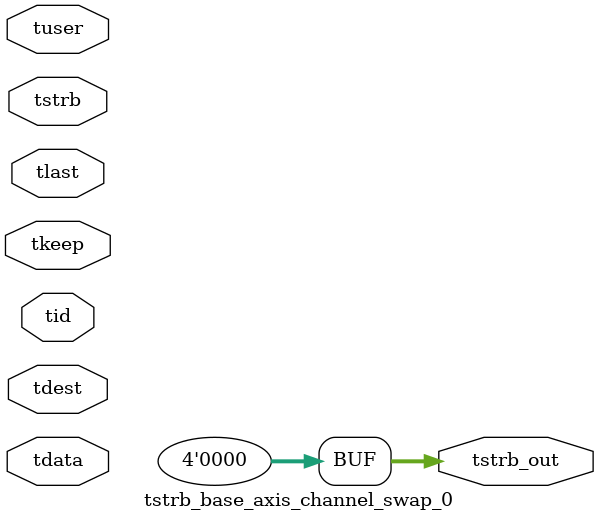
<source format=v>


`timescale 1ps/1ps

module tstrb_base_axis_channel_swap_0 #
(
parameter C_S_AXIS_TDATA_WIDTH = 32,
parameter C_S_AXIS_TUSER_WIDTH = 0,
parameter C_S_AXIS_TID_WIDTH   = 0,
parameter C_S_AXIS_TDEST_WIDTH = 0,
parameter C_M_AXIS_TDATA_WIDTH = 32
)
(
input  [(C_S_AXIS_TDATA_WIDTH == 0 ? 1 : C_S_AXIS_TDATA_WIDTH)-1:0     ] tdata,
input  [(C_S_AXIS_TUSER_WIDTH == 0 ? 1 : C_S_AXIS_TUSER_WIDTH)-1:0     ] tuser,
input  [(C_S_AXIS_TID_WIDTH   == 0 ? 1 : C_S_AXIS_TID_WIDTH)-1:0       ] tid,
input  [(C_S_AXIS_TDEST_WIDTH == 0 ? 1 : C_S_AXIS_TDEST_WIDTH)-1:0     ] tdest,
input  [(C_S_AXIS_TDATA_WIDTH/8)-1:0 ] tkeep,
input  [(C_S_AXIS_TDATA_WIDTH/8)-1:0 ] tstrb,
input                                                                    tlast,
output [(C_M_AXIS_TDATA_WIDTH/8)-1:0 ] tstrb_out
);

assign tstrb_out = {1'b0};

endmodule


</source>
